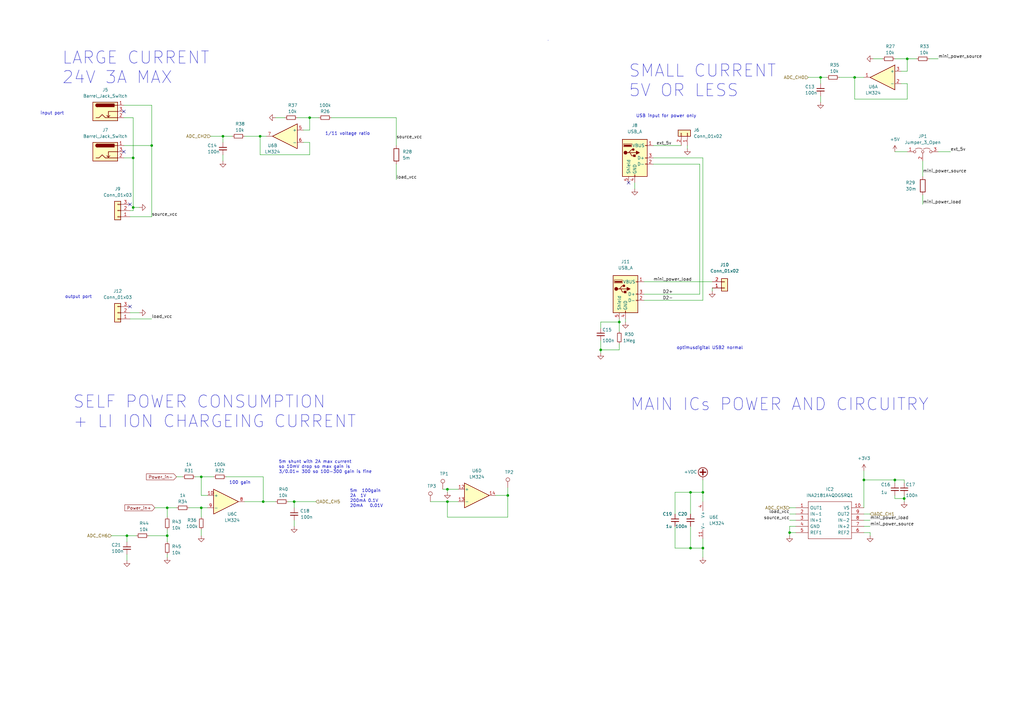
<source format=kicad_sch>
(kicad_sch (version 20211123) (generator eeschema)
  (paper "A3")
  (title_block (title "ESP32 MP3 player/web radio+power meter+uSD dataloger") (rev "2"))
  (lib_symbols
    (symbol "Amplifier_Operational:LM324" (pin_names (offset 0.127))
      (property "Reference" "U" (at 0 5.08 0))
      (property "Value" "LM324" (at 0 -5.08 0))
      (symbol "LM324_1_1"
        (polyline (pts (xy -5.08 5.08) (xy 5.08 0) (xy -5.08 -5.08) (xy -5.08 5.08)) (stroke (width 0.254)) (fill (type background)))
        (pin output line (at 7.62 0 180) (length 2.54) (name "~") (number "1"))
        (pin input line (at -7.62 -2.54 0) (length 2.54) (name "-") (number "2"))
        (pin input line (at -7.62 2.54 0) (length 2.54) (name "+") (number "3"))
      )
      (symbol "LM324_2_1"
        (polyline (pts (xy -5.08 5.08) (xy 5.08 0) (xy -5.08 -5.08) (xy -5.08 5.08)) (stroke (width 0.254)) (fill (type background)))
        (pin input line (at -7.62 2.54 0) (length 2.54) (name "+") (number "5"))
        (pin input line (at -7.62 -2.54 0) (length 2.54) (name "-") (number "6"))
        (pin output line (at 7.62 0 180) (length 2.54) (name "~") (number "7"))
      )
      (symbol "LM324_3_1"
        (polyline (pts (xy -5.08 5.08) (xy 5.08 0) (xy -5.08 -5.08) (xy -5.08 5.08)) (stroke (width 0.254)) (fill (type background)))
        (pin input line (at -7.62 2.54 0) (length 2.54) (name "+") (number "10"))
        (pin output line (at 7.62 0 180) (length 2.54) (name "~") (number "8"))
        (pin input line (at -7.62 -2.54 0) (length 2.54) (name "-") (number "9"))
      )
      (symbol "LM324_4_1"
        (polyline (pts (xy -5.08 5.08) (xy 5.08 0) (xy -5.08 -5.08) (xy -5.08 5.08)) (stroke (width 0.254)) (fill (type background)))
        (pin input line (at -7.62 2.54 0) (length 2.54) (name "+") (number "12"))
        (pin input line (at -7.62 -2.54 0) (length 2.54) (name "-") (number "13"))
        (pin output line (at 7.62 0 180) (length 2.54) (name "~") (number "14"))
      )
      (symbol "LM324_5_1"
        (pin power_in line (at -2.54 -7.62 90) (length 3.81) (name "V-") (number "11"))
        (pin power_in line (at -2.54 7.62 270) (length 3.81) (name "V+") (number "4"))
      )
    )
    (symbol "Connector:Barrel_Jack_Switch" (pin_names hide)
      (property "Reference" "J" (at 0 5.334 0))
      (property "Value" "Barrel_Jack_Switch" (at 0 -5.08 0))
      (symbol "Barrel_Jack_Switch_0_1"
        (rectangle (start -5.08 3.81) (end 5.08 -3.81) (stroke (width 0.254)) (fill (type background)))
        (arc (start -3.302 3.175) (mid -3.937 2.54) (end -3.302 1.905) (stroke (width 0.254)))
        (arc (start -3.302 3.175) (mid -3.937 2.54) (end -3.302 1.905) (stroke (width 0.254)) (fill (type outline)))
        (polyline (pts (xy 1.27 -2.286) (xy 1.905 -1.651)) (stroke (width 0.254)))
        (polyline (pts (xy 5.08 2.54) (xy 3.81 2.54)) (stroke (width 0.254)))
        (polyline (pts (xy 5.08 0) (xy 1.27 0) (xy 1.27 -2.286) (xy 0.635 -1.651)) (stroke (width 0.254)))
        (polyline (pts (xy -3.81 -2.54) (xy -2.54 -2.54) (xy -1.27 -1.27) (xy 0 -2.54) (xy 2.54 -2.54) (xy 5.08 -2.54)) (stroke (width 0.254)))
        (rectangle (start 3.683 3.175) (end -3.302 1.905) (stroke (width 0.254)) (fill (type outline)))
      )
      (symbol "Barrel_Jack_Switch_1_1"
        (pin passive line (at 7.62 2.54 180) (length 2.54) (name "~") (number "1"))
        (pin passive line (at 7.62 -2.54 180) (length 2.54) (name "~") (number "2"))
        (pin passive line (at 7.62 0 180) (length 2.54) (name "~") (number "3"))
      )
    )
    (symbol "Connector:TestPoint" (pin_numbers hide) (pin_names (offset 0.762) hide)
      (property "Reference" "TP" (at 0 6.858 0))
      (property "Value" "TestPoint" (at 0 5.08 0))
      (symbol "TestPoint_0_1"
        (circle (center 0 3.302) (radius 0.762))
      )
      (symbol "TestPoint_1_1"
        (pin passive line (at 0 0 90) (length 2.54) (name "1") (number "1"))
      )
    )
    (symbol "Connector:USB_A" (pin_names (offset 1.016))
      (property "Reference" "J" (at -5.08 11.43 0))
      (property "Value" "USB_A" (at -5.08 8.89 0))
      (symbol "USB_A_0_1"
        (rectangle (start -5.08 -7.62) (end 5.08 7.62) (stroke (width 0.254)) (fill (type background)))
        (circle (center -3.81 2.159) (radius 0.635) (stroke (width 0.254)) (fill (type outline)))
        (rectangle (start -1.524 4.826) (end -4.318 5.334) (fill (type outline)))
        (rectangle (start -1.27 4.572) (end -4.572 5.842))
        (circle (center -0.635 3.429) (radius 0.381) (stroke (width 0.254)) (fill (type outline)))
        (rectangle (start -0.127 -7.62) (end 0.127 -6.858))
        (polyline (pts (xy -3.175 2.159) (xy -2.54 2.159) (xy -1.27 3.429) (xy -0.635 3.429)) (stroke (width 0.254)))
        (polyline (pts (xy -2.54 2.159) (xy -1.905 2.159) (xy -1.27 0.889) (xy 0 0.889)) (stroke (width 0.254)))
        (polyline (pts (xy 0.635 2.794) (xy 0.635 1.524) (xy 1.905 2.159) (xy 0.635 2.794)) (stroke (width 0.254)) (fill (type outline)))
        (rectangle (start 0.254 1.27) (end -0.508 0.508) (stroke (width 0.254)) (fill (type outline)))
        (rectangle (start 5.08 -2.667) (end 4.318 -2.413))
        (rectangle (start 5.08 -0.127) (end 4.318 0.127))
        (rectangle (start 5.08 4.953) (end 4.318 5.207))
      )
      (symbol "USB_A_1_1"
        (polyline (pts (xy -1.905 2.159) (xy 0.635 2.159)) (stroke (width 0.254)))
        (pin power_in line (at 7.62 5.08 180) (length 2.54) (name "VBUS") (number "1"))
        (pin bidirectional line (at 7.62 -2.54 180) (length 2.54) (name "D-") (number "2"))
        (pin bidirectional line (at 7.62 0 180) (length 2.54) (name "D+") (number "3"))
        (pin power_in line (at 0 -10.16 90) (length 2.54) (name "GND") (number "4"))
        (pin passive line (at -2.54 -10.16 90) (length 2.54) (name "Shield") (number "5"))
      )
    )
    (symbol "Connector_Generic:Conn_01x02" (pin_names (offset 1.016) hide)
      (property "Reference" "J" (at 0 2.54 0))
      (property "Value" "Conn_01x02" (at 0 -5.08 0))
      (symbol "Conn_01x02_1_1"
        (rectangle (start -1.27 -2.413) (end 0 -2.667) (stroke (width 0.1524)))
        (rectangle (start -1.27 0.127) (end 0 -0.127) (stroke (width 0.1524)))
        (rectangle (start -1.27 1.27) (end 1.27 -3.81) (stroke (width 0.254)) (fill (type background)))
        (pin passive line (at -5.08 0 0) (length 3.81) (name "Pin_1") (number "1"))
        (pin passive line (at -5.08 -2.54 0) (length 3.81) (name "Pin_2") (number "2"))
      )
    )
    (symbol "Connector_Generic:Conn_01x03" (pin_names (offset 1.016) hide)
      (property "Reference" "J" (at 0 5.08 0))
      (property "Value" "Conn_01x03" (at 0 -5.08 0))
      (symbol "Conn_01x03_1_1"
        (rectangle (start -1.27 -2.413) (end 0 -2.667) (stroke (width 0.1524)))
        (rectangle (start -1.27 0.127) (end 0 -0.127) (stroke (width 0.1524)))
        (rectangle (start -1.27 2.667) (end 0 2.413) (stroke (width 0.1524)))
        (rectangle (start -1.27 3.81) (end 1.27 -3.81) (stroke (width 0.254)) (fill (type background)))
        (pin passive line (at -5.08 2.54 0) (length 3.81) (name "Pin_1") (number "1"))
        (pin passive line (at -5.08 0 0) (length 3.81) (name "Pin_2") (number "2"))
        (pin passive line (at -5.08 -2.54 0) (length 3.81) (name "Pin_3") (number "3"))
      )
    )
    (symbol "Device:C_Small" (pin_numbers hide) (pin_names (offset 0.254) hide)
      (property "Reference" "C" (at 0.254 1.778 0))
      (property "Value" "C_Small" (at 0.254 -2.032 0))
      (symbol "C_Small_0_1"
        (polyline (pts (xy -1.524 -0.508) (xy 1.524 -0.508)) (stroke (width 0.3302)))
        (polyline (pts (xy -1.524 0.508) (xy 1.524 0.508)) (stroke (width 0.3048)))
      )
      (symbol "C_Small_1_1"
        (pin passive line (at 0 2.54 270) (length 2.032) (name "~") (number "1"))
        (pin passive line (at 0 -2.54 90) (length 2.032) (name "~") (number "2"))
      )
    )
    (symbol "Device:R" (pin_numbers hide) (pin_names (offset 0))
      (property "Reference" "R" (at 2.032 0 90))
      (property "Value" "R" (at 0 0 90))
      (symbol "R_0_1"
        (rectangle (start -1.016 -2.54) (end 1.016 2.54) (stroke (width 0.254)))
      )
      (symbol "R_1_1"
        (pin passive line (at 0 3.81 270) (length 1.27) (name "~") (number "1"))
        (pin passive line (at 0 -3.81 90) (length 1.27) (name "~") (number "2"))
      )
    )
    (symbol "Device:R_Small" (pin_numbers hide) (pin_names (offset 0.254) hide)
      (property "Reference" "R" (at 0.762 0.508 0))
      (property "Value" "R_Small" (at 0.762 -1.016 0))
      (symbol "R_Small_0_1"
        (rectangle (start -0.762 1.778) (end 0.762 -1.778) (stroke (width 0.2032)))
      )
      (symbol "R_Small_1_1"
        (pin passive line (at 0 2.54 270) (length 0.762) (name "~") (number "1"))
        (pin passive line (at 0 -2.54 90) (length 0.762) (name "~") (number "2"))
      )
    )
    (symbol "Jumper:Jumper_3_Open" (pin_names (offset 0) hide)
      (property "Reference" "JP" (at -2.54 -2.54 0))
      (property "Value" "Jumper_3_Open" (at 0 2.794 0))
      (symbol "Jumper_3_Open_0_0"
        (circle (center -3.302 0) (radius 0.508))
        (circle (center 0 0) (radius 0.508))
        (circle (center 3.302 0) (radius 0.508))
      )
      (symbol "Jumper_3_Open_0_1"
        (arc (start -0.254 1.016) (mid -1.651 1.4992) (end -3.048 1.016))
        (polyline (pts (xy 0 -0.508) (xy 0 -1.27)))
        (arc (start 3.048 1.016) (mid 1.651 1.4992) (end 0.254 1.016))
      )
      (symbol "Jumper_3_Open_1_1"
        (pin passive line (at -6.35 0 0) (length 2.54) (name "A") (number "1"))
        (pin passive line (at 0 -3.81 90) (length 2.54) (name "C") (number "2"))
        (pin passive line (at 6.35 0 180) (length 2.54) (name "B") (number "3"))
      )
    )
    (symbol "SamacSys_Parts:INA2181A4QDGSRQ1" (pin_names (offset 0.762))
      (property "Reference" "IC" (at 24.13 7.62 0))
      (property "Value" "INA2181A4QDGSRQ1" (at 24.13 5.08 0))
      (symbol "INA2181A4QDGSRQ1_0_0"
        (pin passive line (at 0 0 0) (length 5.08) (name "OUT1") (number "1"))
        (pin passive line (at 27.94 0 180) (length 5.08) (name "VS") (number "10"))
        (pin passive line (at 0 -2.54 0) (length 5.08) (name "IN-1") (number "2"))
        (pin passive line (at 0 -5.08 0) (length 5.08) (name "IN+1") (number "3"))
        (pin passive line (at 0 -7.62 0) (length 5.08) (name "GND") (number "4"))
        (pin passive line (at 0 -10.16 0) (length 5.08) (name "REF1") (number "5"))
        (pin passive line (at 27.94 -10.16 180) (length 5.08) (name "REF2") (number "6"))
        (pin passive line (at 27.94 -7.62 180) (length 5.08) (name "IN+2") (number "7"))
        (pin passive line (at 27.94 -5.08 180) (length 5.08) (name "IN-2") (number "8"))
        (pin passive line (at 27.94 -2.54 180) (length 5.08) (name "OUT2") (number "9"))
      )
      (symbol "INA2181A4QDGSRQ1_0_1"
        (polyline (pts (xy 5.08 2.54) (xy 22.86 2.54) (xy 22.86 -12.7) (xy 5.08 -12.7) (xy 5.08 2.54)) (stroke (width 0.1524)))
      )
    )
    (symbol "power:+3V3" (power) (pin_names (offset 0))
      (property "Value" "+3V3" (at 0 3.556 0))
      (symbol "+3V3_0_1"
        (polyline (pts (xy -0.762 1.27) (xy 0 2.54)))
        (polyline (pts (xy 0 0) (xy 0 2.54)))
        (polyline (pts (xy 0 2.54) (xy 0.762 1.27)))
      )
      (symbol "+3V3_1_1"
        (pin power_in line (at 0 0 90) (length 0) hide (name "+3V3") (number "1"))
      )
    )
    (symbol "power:+5V" (power) (pin_names (offset 0))
      (property "Value" "+5V" (at 0 3.556 0))
      (symbol "+5V_0_1"
        (polyline (pts (xy -0.762 1.27) (xy 0 2.54)))
        (polyline (pts (xy 0 0) (xy 0 2.54)))
        (polyline (pts (xy 0 2.54) (xy 0.762 1.27)))
      )
      (symbol "+5V_1_1"
        (pin power_in line (at 0 0 90) (length 0) hide (name "+5V") (number "1"))
      )
    )
    (symbol "power:+VDC" (power) (pin_names (offset 0))
      (property "Value" "+VDC" (at 0 6.35 0))
      (symbol "+VDC_0_1"
        (polyline (pts (xy -1.143 3.175) (xy 1.143 3.175)) (stroke (width 0.508)))
        (polyline (pts (xy 0 0) (xy 0 1.27)))
        (polyline (pts (xy 0 2.032) (xy 0 4.318)) (stroke (width 0.508)))
        (circle (center 0 3.175) (radius 1.905) (stroke (width 0.254)))
      )
      (symbol "+VDC_1_1"
        (pin power_in line (at 0 0 90) (length 0) hide (name "+VDC") (number "1"))
      )
    )
    (symbol "power:GND" (power) (pin_names (offset 0))
      (property "Value" "GND" (at 0 -3.81 0))
      (symbol "GND_0_1"
        (polyline (pts (xy 0 0) (xy 0 -1.27) (xy 1.27 -1.27) (xy 0 -2.54) (xy -1.27 -1.27) (xy 0 -1.27)))
      )
      (symbol "GND_1_1"
        (pin power_in line (at 0 0 270) (length 0) hide (name "GND") (number "1"))
      )
    )
  )
  (junction (at 127 48.26))
  (junction (at 354.33 196.85))
  (junction (at 120.65 205.74))
  (junction (at 288.29 224.79))
  (junction (at 288.29 201.93))
  (junction (at 62.23 59.69))
  (junction (at 323.85 218.44))
  (junction (at 91.44 55.88))
  (junction (at 82.55 195.58))
  (junction (at 350.52 31.75))
  (junction (at 283.21 224.79))
  (junction (at 367.03 196.85))
  (junction (at 106.68 55.88))
  (junction (at 246.38 143.51))
  (junction (at 107.95 205.74))
  (junction (at 183.515 200.66))
  (junction (at 208.28 203.2))
  (junction (at 82.55 208.28))
  (junction (at 183.515 205.74))
  (junction (at 68.58 219.71))
  (junction (at 372.11 24.13))
  (junction (at 54.61 64.77))
  (junction (at 254 132.08))
  (junction (at 68.58 208.28))
  (junction (at 370.84 204.47))
  (junction (at 336.55 31.75))
  (junction (at 283.21 201.93))
  (junction (at 52.07 219.71))
  (junction (at 54.61 85.09))
  (no_connect (at 50.8 62.23))
  (no_connect (at 50.8 45.72))
  (no_connect (at 257.81 74.93))
  (no_connect (at 53.34 83.82))
  (no_connect (at 53.34 125.73))
  (wire (pts (xy 208.28 212.09) (xy 208.28 203.2)))
  (wire (pts (xy 62.23 59.69) (xy 62.23 88.9)))
  (wire (pts (xy 370.84 204.47) (xy 370.84 203.2)))
  (wire (pts (xy 91.44 55.88) (xy 95.25 55.88)))
  (wire (pts (xy 264.16 115.57) (xy 292.1 115.57)))
  (wire (pts (xy 162.56 48.26) (xy 162.56 59.69)))
  (wire (pts (xy 361.95 24.13) (xy 358.14 24.13)))
  (wire (pts (xy 53.34 128.27) (xy 57.15 128.27)))
  (wire (pts (xy 276.86 210.82) (xy 276.86 201.93)))
  (wire (pts (xy 82.55 195.58) (xy 87.63 195.58)))
  (wire (pts (xy 378.46 80.01) (xy 378.46 83.82)))
  (wire (pts (xy 54.61 48.26) (xy 50.8 48.26)))
  (wire (pts (xy 267.97 67.31) (xy 287.02 67.31)))
  (wire (pts (xy 331.47 31.75) (xy 336.55 31.75)))
  (wire (pts (xy 356.87 218.44) (xy 354.33 218.44)))
  (wire (pts (xy 127 63.5) (xy 127 58.42)))
  (wire (pts (xy 372.11 29.21) (xy 372.11 24.13)))
  (wire (pts (xy 254 132.08) (xy 254 135.89)))
  (wire (pts (xy 92.71 195.58) (xy 107.95 195.58)))
  (wire (pts (xy 60.96 219.71) (xy 68.58 219.71)))
  (wire (pts (xy 72.39 195.58) (xy 74.93 195.58)))
  (wire (pts (xy 288.29 220.98) (xy 288.29 224.79)))
  (wire (pts (xy 62.23 59.69) (xy 50.8 59.69)))
  (wire (pts (xy 124.46 53.34) (xy 127 53.34)))
  (wire (pts (xy 378.46 66.04) (xy 378.46 72.39)))
  (wire (pts (xy 367.03 203.2) (xy 367.03 204.47)))
  (wire (pts (xy 372.11 34.29) (xy 372.11 40.64)))
  (wire (pts (xy 91.44 63.5) (xy 91.44 66.04)))
  (wire (pts (xy 68.58 227.33) (xy 68.58 228.6)))
  (wire (pts (xy 354.33 196.85) (xy 354.33 208.28)))
  (wire (pts (xy 336.55 39.37) (xy 336.55 41.91)))
  (wire (pts (xy 62.23 43.18) (xy 62.23 59.69)))
  (wire (pts (xy 254 140.97) (xy 254 143.51)))
  (wire (pts (xy 106.68 63.5) (xy 127 63.5)))
  (wire (pts (xy 281.94 60.96) (xy 281.94 59.69)))
  (wire (pts (xy 370.84 196.85) (xy 370.84 198.12)))
  (wire (pts (xy 283.21 201.93) (xy 283.21 210.82)))
  (wire (pts (xy 91.44 55.88) (xy 91.44 58.42)))
  (wire (pts (xy 62.23 88.9) (xy 53.34 88.9)))
  (wire (pts (xy 127 53.34) (xy 127 48.26)))
  (wire (pts (xy 372.11 40.64) (xy 350.52 40.64)))
  (wire (pts (xy 246.38 132.08) (xy 246.38 134.62)))
  (wire (pts (xy 127 48.26) (xy 121.92 48.26)))
  (wire (pts (xy 127 48.26) (xy 130.81 48.26)))
  (wire (pts (xy 52.07 219.71) (xy 55.88 219.71)))
  (wire (pts (xy 350.52 40.64) (xy 350.52 31.75)))
  (wire (pts (xy 344.17 31.75) (xy 350.52 31.75)))
  (wire (pts (xy 162.56 67.31) (xy 162.56 73.66)))
  (wire (pts (xy 68.58 217.17) (xy 68.58 219.71)))
  (wire (pts (xy 68.58 208.28) (xy 72.39 208.28)))
  (wire (pts (xy 276.86 224.79) (xy 276.86 215.9)))
  (wire (pts (xy 82.55 203.2) (xy 85.09 203.2)))
  (wire (pts (xy 283.21 215.9) (xy 283.21 224.79)))
  (wire (pts (xy 336.55 31.75) (xy 339.09 31.75)))
  (wire (pts (xy 106.68 55.88) (xy 106.68 63.5)))
  (wire (pts (xy 54.61 85.09) (xy 57.15 85.09)))
  (wire (pts (xy 100.33 55.88) (xy 106.68 55.88)))
  (wire (pts (xy 181.61 200.66) (xy 183.515 200.66)))
  (wire (pts (xy 283.21 224.79) (xy 288.29 224.79)))
  (wire (pts (xy 354.33 196.85) (xy 367.03 196.85)))
  (wire (pts (xy 267.97 59.69) (xy 279.4 59.69)))
  (wire (pts (xy 208.28 200.025) (xy 208.28 203.2)))
  (wire (pts (xy 326.39 215.9) (xy 323.85 215.9)))
  (wire (pts (xy 82.55 208.28) (xy 82.55 212.09)))
  (wire (pts (xy 203.2 203.2) (xy 208.28 203.2)))
  (wire (pts (xy 384.81 24.13) (xy 381 24.13)))
  (wire (pts (xy 107.95 205.74) (xy 113.03 205.74)))
  (wire (pts (xy 82.55 208.28) (xy 85.09 208.28)))
  (wire (pts (xy 288.29 123.19) (xy 264.16 123.19)))
  (wire (pts (xy 80.01 195.58) (xy 82.55 195.58)))
  (wire (pts (xy 77.47 208.28) (xy 82.55 208.28)))
  (wire (pts (xy 106.68 55.88) (xy 109.22 55.88)))
  (wire (pts (xy 287.02 120.65) (xy 264.16 120.65)))
  (wire (pts (xy 323.85 210.82) (xy 326.39 210.82)))
  (wire (pts (xy 288.29 196.85) (xy 288.29 201.93)))
  (wire (pts (xy 246.38 143.51) (xy 246.38 144.78)))
  (wire (pts (xy 246.38 132.08) (xy 254 132.08)))
  (wire (pts (xy 354.33 215.9) (xy 356.87 215.9)))
  (wire (pts (xy 116.84 48.26) (xy 113.03 48.26)))
  (wire (pts (xy 369.57 34.29) (xy 372.11 34.29)))
  (wire (pts (xy 323.85 208.28) (xy 326.39 208.28)))
  (wire (pts (xy 63.5 208.28) (xy 68.58 208.28)))
  (wire (pts (xy 354.33 193.04) (xy 354.33 196.85)))
  (wire (pts (xy 68.58 219.71) (xy 68.58 222.25)))
  (polyline (pts (xy 224.79 16.51) (xy 224.79 16.51)))
  (wire (pts (xy 124.46 58.42) (xy 127 58.42)))
  (wire (pts (xy 288.29 64.77) (xy 288.29 123.19)))
  (wire (pts (xy 183.515 212.09) (xy 208.28 212.09)))
  (wire (pts (xy 292.1 118.11) (xy 292.1 119.38)))
  (wire (pts (xy 372.11 24.13) (xy 367.03 24.13)))
  (wire (pts (xy 107.95 195.58) (xy 107.95 205.74)))
  (wire (pts (xy 384.81 62.23) (xy 389.89 62.23)))
  (wire (pts (xy 356.87 219.71) (xy 356.87 218.44)))
  (wire (pts (xy 367.03 204.47) (xy 370.84 204.47)))
  (wire (pts (xy 246.38 139.7) (xy 246.38 143.51)))
  (wire (pts (xy 367.03 62.23) (xy 372.11 62.23)))
  (wire (pts (xy 276.86 201.93) (xy 283.21 201.93)))
  (wire (pts (xy 336.55 31.75) (xy 336.55 34.29)))
  (wire (pts (xy 176.53 205.74) (xy 183.515 205.74)))
  (wire (pts (xy 50.8 64.77) (xy 54.61 64.77)))
  (wire (pts (xy 107.95 205.74) (xy 100.33 205.74)))
  (wire (pts (xy 323.85 215.9) (xy 323.85 218.44)))
  (wire (pts (xy 256.54 132.08) (xy 256.54 130.81)))
  (wire (pts (xy 367.03 196.85) (xy 370.84 196.85)))
  (wire (pts (xy 267.97 64.77) (xy 288.29 64.77)))
  (wire (pts (xy 354.33 210.82) (xy 356.87 210.82)))
  (wire (pts (xy 260.35 74.93) (xy 260.35 77.47)))
  (wire (pts (xy 118.11 205.74) (xy 120.65 205.74)))
  (wire (pts (xy 183.515 200.66) (xy 187.96 200.66)))
  (wire (pts (xy 54.61 85.09) (xy 54.61 86.36)))
  (wire (pts (xy 120.65 213.36) (xy 120.65 215.9)))
  (wire (pts (xy 50.8 43.18) (xy 62.23 43.18)))
  (wire (pts (xy 288.29 201.93) (xy 288.29 205.74)))
  (wire (pts (xy 350.52 31.75) (xy 354.33 31.75)))
  (wire (pts (xy 288.29 224.79) (xy 288.29 228.6)))
  (wire (pts (xy 183.515 205.74) (xy 183.515 212.09)))
  (wire (pts (xy 323.85 218.44) (xy 326.39 218.44)))
  (wire (pts (xy 370.84 205.74) (xy 370.84 204.47)))
  (wire (pts (xy 82.55 217.17) (xy 82.55 219.71)))
  (wire (pts (xy 287.02 67.31) (xy 287.02 120.65)))
  (wire (pts (xy 367.03 196.85) (xy 367.03 198.12)))
  (wire (pts (xy 323.85 219.71) (xy 323.85 218.44)))
  (polyline (pts (xy 224.79 16.51) (xy 224.79 16.51)))
  (wire (pts (xy 254 130.81) (xy 254 132.08)))
  (wire (pts (xy 183.515 200.66) (xy 183.515 201.93)))
  (wire (pts (xy 254 143.51) (xy 246.38 143.51)))
  (wire (pts (xy 375.92 24.13) (xy 372.11 24.13)))
  (wire (pts (xy 45.72 219.71) (xy 52.07 219.71)))
  (wire (pts (xy 323.85 213.36) (xy 326.39 213.36)))
  (wire (pts (xy 54.61 86.36) (xy 53.34 86.36)))
  (wire (pts (xy 276.86 224.79) (xy 283.21 224.79)))
  (wire (pts (xy 54.61 64.77) (xy 54.61 48.26)))
  (wire (pts (xy 68.58 208.28) (xy 68.58 212.09)))
  (wire (pts (xy 54.61 64.77) (xy 54.61 85.09)))
  (wire (pts (xy 135.89 48.26) (xy 162.56 48.26)))
  (wire (pts (xy 354.33 213.36) (xy 356.87 213.36)))
  (wire (pts (xy 82.55 195.58) (xy 82.55 203.2)))
  (wire (pts (xy 183.515 205.74) (xy 187.96 205.74)))
  (wire (pts (xy 52.07 219.71) (xy 52.07 222.25)))
  (wire (pts (xy 86.36 55.88) (xy 91.44 55.88)))
  (wire (pts (xy 283.21 201.93) (xy 288.29 201.93)))
  (wire (pts (xy 52.07 227.33) (xy 52.07 229.87)))
  (wire (pts (xy 369.57 29.21) (xy 372.11 29.21)))
  (wire (pts (xy 62.23 130.81) (xy 53.34 130.81)))
  (wire (pts (xy 120.65 205.74) (xy 120.65 208.28)))
  (wire (pts (xy 120.65 205.74) (xy 129.54 205.74)))
  (text "5m  100gain\n2A  1V\n200mA 0.1V\n20mA   0.01V" (at 143.51 208.28 0) (effects (font (size 1.27 1.27)) (justify left bottom)))
  (text "USB input for power only" (at 260.858 48.387 0) (effects (font (size 1.27 1.27)) (justify left bottom)))
  (text "100 gain" (at 93.98 198.755 0) (effects (font (size 1.27 1.27)) (justify left bottom)))
  (text "SMALL CURRENT\n5V OR LESS" (at 257.81 40.132 0) (effects (font (size 5 5)) (justify left bottom)))
  (text "1/11 voltage ratio" (at 133.35 55.626 0) (effects (font (size 1.27 1.27)) (justify left bottom)))
  (text "input port" (at 16.51 47.244 0) (effects (font (size 1.27 1.27)) (justify left bottom)))
  (text "5m shunt with 2A max current\nso 10mV drop so max gain is\n3/0.01= 300 so 100-300 gain is fine" (at 114.3 194.31 0) (effects (font (size 1.27 1.27)) (justify left bottom)))
  (text "SELF POWER CONSUMPTION\n+ LI ION CHARGEING CURRENT" (at 29.845 175.895 0) (effects (font (size 5 5)) (justify left bottom)))
  (text "output port" (at 26.67 122.555 0) (effects (font (size 1.27 1.27)) (justify left bottom)))
  (text "LARGE CURRENT\n24V 3A MAX" (at 25.4 34.798 0) (effects (font (size 5 5)) (justify left bottom)))
  (text "MAIN ICs POWER AND CIRCUITRY" (at 258.445 168.91 0) (effects (font (size 5 5)) (justify left bottom)))
  (text "optimusdigital USB2 normal" (at 277.495 143.51 0) (effects (font (size 1.27 1.27)) (justify left bottom)))
  (label "D2-" (at 271.78 123.19 0))
  (label "ext_5v" (at 269.24 59.69 0))
  (label "mini_power_source" (at 356.87 215.9 0))
  (label "ext_5v" (at 389.89 62.23 0))
  (label "load_vcc" (at 62.23 130.81 0))
  (label "D2+" (at 271.78 120.65 0))
  (label "mini_power_load" (at 378.46 83.82 0))
  (label "source_vcc" (at 323.85 213.36 180))
  (label "load_vcc" (at 323.85 210.82 180))
  (label "mini_power_load" (at 267.97 115.57 0))
  (label "mini_power_load" (at 356.87 213.36 0))
  (label "load_vcc" (at 162.56 73.66 0))
  (label "mini_power_source" (at 384.81 24.13 0))
  (label "source_vcc" (at 62.23 88.9 0))
  (label "mini_power_source" (at 378.46 71.12 0))
  (label "source_vcc" (at 162.56 57.15 0))
  (global_label "Power_in-" (shape input) (at 72.39 195.58 180) (property "Intersheet References" "${INTERSHEET_REFS}" (effects hide)))
  (global_label "Power_in+" (shape input) (at 63.5 208.28 180) (property "Intersheet References" "${INTERSHEET_REFS}" (effects hide)))
  (hierarchical_label "ADC_CH3" (shape input) (at 323.85 208.28 180))
  (hierarchical_label "ADC_CH6" (shape input) (at 45.72 219.71 180))
  (hierarchical_label "ADC_CH0" (shape input) (at 331.47 31.75 180))
  (hierarchical_label "ADC_CH2" (shape input) (at 86.36 55.88 180))
  (hierarchical_label "ADC_CH1" (shape input) (at 356.87 210.82 0))
  (hierarchical_label "ADC_CH5" (shape input) (at 129.54 205.74 0))
  (symbol (lib_id "power:GND") (at 256.54 132.08 0) (mirror y) (unit 1)
    (property "Reference" "#PWR060" (effects hide))
    (property "Value" "GND" (effects hide))
  )
  (symbol (lib_id "Connector:TestPoint") (at 181.61 200.66 0) (unit 1) (in_bom no)
    (property "Reference" "TP1" (at 180.34 194.31 0) (effects (justify left)))
    (property "Value" "TestPoint" (effects hide))
    (property "Footprint" "TestPoint:TestPoint_Pad_1.5x1.5mm" (effects hide))
  )
  (symbol (lib_id "Device:R_Small") (at 68.58 214.63 0) (mirror x) (unit 1)
    (property "Reference" "R43" (at 70.485 213.995 0) (effects (justify left)))
    (property "Value" "10k" (at 70.485 216.535 0) (effects (justify left)))
    (property "Footprint" "Resistor_SMD:R_0603_1608Metric" (effects hide))
    (property "LCSC" "C25804" (effects hide))
  )
  (symbol (lib_id "Device:R_Small") (at 82.55 214.63 0) (mirror x) (unit 1)
    (property "Reference" "R36" (at 78.74 213.36 0))
    (property "Value" "100k" (at 78.74 215.9 0))
    (property "Footprint" "Resistor_SMD:R_0603_1608Metric_Pad0.98x0.95mm_HandSolder" (effects hide))
  )
  (symbol (lib_id "power:GND") (at 113.03 48.26 270) (mirror x) (unit 1)
    (property "Reference" "#PWR052" (effects hide))
    (property "Value" "GND" (effects hide))
  )
  (symbol (lib_id "power:GND") (at 356.87 219.71 0) (unit 1)
    (property "Reference" "#PWR069" (effects hide))
    (property "Value" "GND" (effects hide))
  )
  (symbol (lib_id "power:+3V3") (at 354.33 193.04 0) (unit 1)
    (property "Reference" "#PWR062" (effects hide))
    (property "Value" "+3V3" (at 354.33 187.96 0))
  )
  (symbol (lib_id "power:GND") (at 260.35 77.47 0) (unit 1)
    (property "Reference" "#PWR056" (effects hide))
    (property "Value" "GND" (effects hide))
  )
  (symbol (lib_id "Device:C_Small") (at 276.86 213.36 0) (unit 1)
    (property "Reference" "C19" (at 271.78 210.82 0) (effects (justify left)))
    (property "Value" "1u" (at 273.05 215.9 0) (effects (justify left)))
    (property "Footprint" "Capacitor_SMD:C_0603_1608Metric_Pad1.08x0.95mm_HandSolder" (effects hide))
  )
  (symbol (lib_id "power:GND") (at 57.15 85.09 90) (unit 1)
    (property "Reference" "#PWR057" (effects hide))
    (property "Value" "GND" (effects hide))
  )
  (symbol (lib_id "power:GND") (at 358.14 24.13 270) (mirror x) (unit 1)
    (property "Reference" "#PWR050" (effects hide))
    (property "Value" "GND" (effects hide))
  )
  (symbol (lib_id "power:GND") (at 52.07 229.87 0) (unit 1)
    (property "Reference" "#PWR072" (effects hide))
    (property "Value" "GND" (effects hide))
  )
  (symbol (lib_id "Device:R_Small") (at 115.57 205.74 270) (mirror x) (unit 1)
    (property "Reference" "R40" (at 114.3 200.66 90) (effects (justify left)))
    (property "Value" "10k" (at 114.3 203.2 90) (effects (justify left)))
    (property "Footprint" "Resistor_SMD:R_0603_1608Metric" (effects hide))
    (property "LCSC" "C25804" (effects hide))
  )
  (symbol (lib_id "Device:C_Small") (at 367.03 200.66 0) (unit 1)
    (property "Reference" "C16" (at 361.315 198.755 0) (effects (justify left)))
    (property "Value" "1u" (at 361.315 201.93 0) (effects (justify left)))
    (property "Footprint" "Capacitor_SMD:C_0603_1608Metric_Pad1.08x0.95mm_HandSolder" (effects hide))
  )
  (symbol (lib_id "Connector_Generic:Conn_01x02") (at 281.94 54.61 270) (mirror x) (unit 1)
    (property "Reference" "J6" (at 284.48 53.3399 90) (effects (justify left)))
    (property "Value" "Conn_01x02" (at 284.48 55.8799 90) (effects (justify left)))
    (property "Footprint" "TestPoint:TestPoint_2Pads_Pitch5.08mm_Drill1.3mm" (effects hide))
  )
  (symbol (lib_id "power:GND") (at 82.55 219.71 0) (unit 1)
    (property "Reference" "#PWR067" (effects hide))
    (property "Value" "GND" (effects hide))
  )
  (symbol (lib_id "Amplifier_Operational:LM324") (at 92.71 205.74 0) (unit 3)
    (property "Reference" "U6" (at 95.25 210.82 0))
    (property "Value" "LM324" (at 95.25 213.36 0))
    (property "Datasheet" "http://www.ti.com/lit/ds/symlink/lm2902-n.pdf" (effects hide))
  )
  (symbol (lib_id "Device:R_Small") (at 68.58 224.79 0) (mirror x) (unit 1)
    (property "Reference" "R45" (at 70.485 224.155 0) (effects (justify left)))
    (property "Value" "10k" (at 70.485 226.695 0) (effects (justify left)))
    (property "Footprint" "Resistor_SMD:R_0603_1608Metric" (effects hide))
    (property "LCSC" "C25804" (effects hide))
  )
  (symbol (lib_id "Device:C_Small") (at 52.07 224.79 0) (unit 1)
    (property "Reference" "C21" (at 45.72 223.52 0) (effects (justify left)))
    (property "Value" "100n" (at 45.72 226.06 0) (effects (justify left)))
    (property "Footprint" "Capacitor_SMD:C_0603_1608Metric_Pad1.08x0.95mm_HandSolder" (effects hide))
  )
  (symbol (lib_id "Device:R_Small") (at 58.42 219.71 270) (mirror x) (unit 1)
    (property "Reference" "R44" (at 57.15 214.63 90) (effects (justify left)))
    (property "Value" "10k" (at 57.15 217.17 90) (effects (justify left)))
    (property "Footprint" "Resistor_SMD:R_0603_1608Metric" (effects hide))
    (property "LCSC" "C25804" (effects hide))
  )
  (symbol (lib_id "Device:R") (at 378.46 76.2 180) (unit 1)
    (property "Reference" "R29" (at 371.475 74.93 0) (effects (justify right)))
    (property "Value" "30m" (at 371.475 77.47 0) (effects (justify right)))
    (property "Footprint" "Resistor_SMD:R_0805_2012Metric" (effects hide))
  )
  (symbol (lib_id "power:GND") (at 336.55 41.91 0) (unit 1)
    (property "Reference" "#PWR051" (effects hide))
    (property "Value" "GND" (effects hide))
  )
  (symbol (lib_id "Device:C_Small") (at 246.38 137.16 0) (unit 1)
    (property "Reference" "C15" (at 247.015 135.255 0) (effects (justify left)))
    (property "Value" "100n" (at 247.015 139.7 0) (effects (justify left)))
    (property "Footprint" "Capacitor_SMD:C_0603_1608Metric_Pad1.08x0.95mm_HandSolder" (effects hide))
  )
  (symbol (lib_id "Connector:USB_A") (at 260.35 64.77 0) (unit 1)
    (property "Reference" "J8" (at 260.35 51.435 0))
    (property "Value" "USB_A" (at 260.35 53.975 0))
    (property "Footprint" "Connector_USB:USB_A_Molex_67643_Horizontal" (effects hide))
    (property "Datasheet" " ~" (effects hide))
  )
  (symbol (lib_id "Device:R_Small") (at 133.35 48.26 90) (mirror x) (unit 1)
    (property "Reference" "R26" (at 133.35 45.72 90))
    (property "Value" "100k" (at 133.35 43.18 90))
    (property "Footprint" "Resistor_SMD:R_0603_1608Metric_Pad0.98x0.95mm_HandSolder" (effects hide))
  )
  (symbol (lib_id "Connector_Generic:Conn_01x03") (at 48.26 86.36 180) (unit 1)
    (property "Reference" "J9" (at 48.26 77.47 0))
    (property "Value" "Conn_01x03" (at 48.26 80.01 0))
    (property "Footprint" "Connectors:SCREWTERMINAL-5MM-3" (effects hide))
  )
  (symbol (lib_id "Device:C_Small") (at 283.21 213.36 180) (unit 1)
    (property "Reference" "C20" (at 281.94 210.82 0) (effects (justify left)))
    (property "Value" "100n" (at 281.94 215.9 0) (effects (justify left)))
    (property "Footprint" "Capacitor_SMD:C_0603_1608Metric_Pad1.08x0.95mm_HandSolder" (effects hide))
  )
  (symbol (lib_id "Connector:TestPoint") (at 176.53 205.74 0) (unit 1) (in_bom no)
    (property "Reference" "TP3" (at 175.26 199.39 0) (effects (justify left)))
    (property "Value" "TestPoint" (effects hide))
    (property "Footprint" "TestPoint:TestPoint_Pad_1.5x1.5mm" (effects hide))
  )
  (symbol (lib_id "Device:C_Small") (at 370.84 200.66 0) (unit 1)
    (property "Reference" "C17" (at 371.475 198.755 0) (effects (justify left)))
    (property "Value" "100n" (at 371.475 203.2 0) (effects (justify left)))
    (property "Footprint" "Capacitor_SMD:C_0603_1608Metric_Pad1.08x0.95mm_HandSolder" (effects hide))
  )
  (symbol (lib_id "Connector_Generic:Conn_01x03") (at 48.26 128.27 180) (unit 1)
    (property "Reference" "J12" (at 48.26 119.38 0))
    (property "Value" "Conn_01x03" (at 48.26 121.92 0))
    (property "Footprint" "Connectors:SCREWTERMINAL-5MM-3" (effects hide))
  )
  (symbol (lib_id "Amplifier_Operational:LM324") (at 361.95 31.75 0) (mirror y) (unit 1)
    (property "Reference" "U6" (at 358.14 35.56 0))
    (property "Value" "LM324" (at 358.14 38.1 0))
    (property "Datasheet" "http://www.ti.com/lit/ds/symlink/lm2902-n.pdf" (effects hide))
  )
  (symbol (lib_id "Connector:Barrel_Jack_Switch") (at 43.18 62.23 0) (unit 1)
    (property "Reference" "J7" (at 43.18 53.34 0))
    (property "Value" "Barrel_Jack_Switch" (at 43.18 55.88 0))
    (property "Footprint" "Connector_BarrelJack:BarrelJack_Wuerth_6941xx301002" (effects hide))
  )
  (symbol (lib_id "Connector_Generic:Conn_01x02") (at 297.18 118.11 0) (mirror x) (unit 1)
    (property "Reference" "J10" (at 297.18 108.585 0))
    (property "Value" "Conn_01x02" (at 297.18 111.125 0))
    (property "Footprint" "TestPoint:TestPoint_2Pads_Pitch5.08mm_Drill1.3mm" (effects hide))
  )
  (symbol (lib_id "Device:C_Small") (at 120.65 210.82 0) (mirror y) (unit 1)
    (property "Reference" "C18" (at 127 209.55 0) (effects (justify left)))
    (property "Value" "100n" (at 128.27 212.09 0) (effects (justify left)))
    (property "Footprint" "Capacitor_SMD:C_0603_1608Metric_Pad1.08x0.95mm_HandSolder" (effects hide))
  )
  (symbol (lib_id "power:+5V") (at 367.03 62.23 0) (unit 1)
    (property "Reference" "#PWR054" (effects hide))
    (property "Value" "+5V" (at 367.03 57.15 0))
  )
  (symbol (lib_id "Connector:TestPoint") (at 208.28 200.025 0) (unit 1) (in_bom no)
    (property "Reference" "TP2" (at 207.01 193.675 0) (effects (justify left)))
    (property "Value" "TestPoint" (effects hide))
    (property "Footprint" "TestPoint:TestPoint_Pad_1.5x1.5mm" (effects hide))
  )
  (symbol (lib_id "Device:R_Small") (at 341.63 31.75 270) (mirror x) (unit 1)
    (property "Reference" "R35" (at 340.36 26.67 90) (effects (justify left)))
    (property "Value" "10k" (at 340.36 29.21 90) (effects (justify left)))
    (property "Footprint" "Resistor_SMD:R_0603_1608Metric" (effects hide))
    (property "LCSC" "C25804" (effects hide))
  )
  (symbol (lib_id "power:GND") (at 91.44 66.04 0) (unit 1)
    (property "Reference" "#PWR055" (effects hide))
    (property "Value" "GND" (effects hide))
  )
  (symbol (lib_id "Connector:USB_A") (at 256.54 120.65 0) (unit 1)
    (property "Reference" "J11" (at 256.54 107.315 0))
    (property "Value" "USB_A" (at 256.54 109.855 0))
    (property "Footprint" "Connector_USB:USB_A_Molex_67643_Horizontal" (effects hide))
    (property "Datasheet" " ~" (effects hide))
  )
  (symbol (lib_id "Device:R_Small") (at 77.47 195.58 90) (mirror x) (unit 1)
    (property "Reference" "R31" (at 77.47 193.04 90))
    (property "Value" "1k" (at 77.47 190.5 90))
    (property "Footprint" "Resistor_SMD:R_0603_1608Metric_Pad0.98x0.95mm_HandSolder" (effects hide))
  )
  (symbol (lib_id "power:GND") (at 288.29 228.6 0) (unit 1)
    (property "Reference" "#PWR070" (effects hide))
    (property "Value" "GND" (effects hide))
  )
  (symbol (lib_id "Device:R_Small") (at 74.93 208.28 90) (mirror x) (unit 1)
    (property "Reference" "R34" (at 74.93 205.74 90))
    (property "Value" "1k" (at 74.93 203.2 90))
    (property "Footprint" "Resistor_SMD:R_0603_1608Metric_Pad0.98x0.95mm_HandSolder" (effects hide))
  )
  (symbol (lib_id "power:+VDC") (at 288.29 196.85 0) (unit 1)
    (property "Reference" "#PWR063" (effects hide))
    (property "Value" "+VDC" (at 283.21 193.548 0))
  )
  (symbol (lib_id "Amplifier_Operational:LM324") (at 290.83 213.36 0) (unit 5)
    (property "Reference" "U6" (at 290.83 212.0899 0) (effects (justify left)))
    (property "Value" "LM324" (at 290.83 214.6299 0) (effects (justify left)))
    (property "Datasheet" "http://www.ti.com/lit/ds/symlink/lm2902-n.pdf" (effects hide))
  )
  (symbol (lib_id "Device:R_Small") (at 97.79 55.88 270) (mirror x) (unit 1)
    (property "Reference" "R38" (at 96.52 50.8 90) (effects (justify left)))
    (property "Value" "10k" (at 96.52 53.34 90) (effects (justify left)))
    (property "Footprint" "Resistor_SMD:R_0603_1608Metric" (effects hide))
    (property "LCSC" "C25804" (effects hide))
  )
  (symbol (lib_id "Amplifier_Operational:LM324") (at 116.84 55.88 0) (mirror y) (unit 2)
    (property "Reference" "U6" (at 111.76 59.69 0))
    (property "Value" "LM324" (at 111.76 62.23 0))
    (property "Datasheet" "http://www.ti.com/lit/ds/symlink/lm2902-n.pdf" (effects hide))
  )
  (symbol (lib_id "SamacSys_Parts:INA2181A4QDGSRQ1") (at 326.39 208.28 0) (unit 1)
    (property "Reference" "IC2" (at 340.36 200.66 0))
    (property "Value" "INA2181A4QDGSRQ1" (at 340.36 203.2 0))
    (property "Footprint" "SOP50P490X110-10N" (effects hide))
    (property "Datasheet" "http://www.ti.com/lit/gpn/ina2181-q1" (effects hide))
    (property "Description" "AEC-Q100, Dual Channel, 26V, Bi-Directional, Low-/High-Side, Voltage Output Current Sense Amp" (effects hide))
    (property "Height" "1.1" (effects hide))
    (property "Mouser Part Number" "595-INA2181A4QDGSRQ1" (effects hide))
    (property "Mouser Price/Stock" "https://www.mouser.co.uk/ProductDetail/Texas-Instruments/INA2181A4QDGSRQ1?qs=vdi0iO8H4N3bdnvgZyoEcw%3D%3D" (effects hide))
    (property "Manufacturer_Name" "Texas Instruments" (effects hide))
    (property "Manufacturer_Part_Number" "INA2181A4QDGSRQ1" (effects hide))
  )
  (symbol (lib_id "Device:R_Small") (at 90.17 195.58 90) (mirror x) (unit 1)
    (property "Reference" "R32" (at 90.17 193.04 90))
    (property "Value" "100k" (at 90.17 190.5 90))
    (property "Footprint" "Resistor_SMD:R_0603_1608Metric_Pad0.98x0.95mm_HandSolder" (effects hide))
  )
  (symbol (lib_id "power:GND") (at 323.85 219.71 0) (unit 1)
    (property "Reference" "#PWR068" (effects hide))
    (property "Value" "GND" (effects hide))
  )
  (symbol (lib_id "Amplifier_Operational:LM324") (at 195.58 203.2 0) (unit 4)
    (property "Reference" "U6" (at 195.58 193.04 0))
    (property "Value" "LM324" (at 195.58 195.58 0))
    (property "Footprint" "Package_SO:SOIC-14_3.9x8.7mm_P1.27mm" (effects hide))
    (property "Datasheet" "http://www.ti.com/lit/ds/symlink/lm2902-n.pdf" (effects hide))
  )
  (symbol (lib_id "Device:R") (at 162.56 63.5 0) (unit 1)
    (property "Reference" "R28" (at 165.1 62.23 0) (effects (justify left)))
    (property "Value" "5m" (at 165.1 64.77 0) (effects (justify left)))
    (property "Footprint" "Resistor_SMD:R_0612_1632Metric_Pad1.18x3.40mm_HandSolder" (effects hide))
  )
  (symbol (lib_id "Device:R_Small") (at 254 138.43 0) (mirror x) (unit 1)
    (property "Reference" "R30" (at 258.064 137.16 0))
    (property "Value" "1Meg" (at 258.064 139.7 0))
    (property "Footprint" "Resistor_SMD:R_0603_1608Metric_Pad0.98x0.95mm_HandSolder" (effects hide))
  )
  (symbol (lib_id "Device:R_Small") (at 119.38 48.26 270) (mirror x) (unit 1)
    (property "Reference" "R37" (at 118.11 43.18 90) (effects (justify left)))
    (property "Value" "10k" (at 118.11 45.72 90) (effects (justify left)))
    (property "Footprint" "Resistor_SMD:R_0603_1608Metric" (effects hide))
    (property "LCSC" "C25804" (effects hide))
  )
  (symbol (lib_id "Device:C_Small") (at 91.44 60.96 0) (unit 1)
    (property "Reference" "C14" (at 85.09 59.69 0) (effects (justify left)))
    (property "Value" "100n" (at 85.09 62.23 0) (effects (justify left)))
    (property "Footprint" "Capacitor_SMD:C_0603_1608Metric_Pad1.08x0.95mm_HandSolder" (effects hide))
  )
  (symbol (lib_id "power:GND") (at 183.515 201.93 0) (unit 1)
    (property "Reference" "#PWR0123" (effects hide))
    (property "Value" "GND" (effects hide))
  )
  (symbol (lib_id "Device:R_Small") (at 364.49 24.13 270) (mirror x) (unit 1)
    (property "Reference" "R27" (at 363.22 19.05 90) (effects (justify left)))
    (property "Value" "10k" (at 363.22 21.59 90) (effects (justify left)))
    (property "Footprint" "Resistor_SMD:R_0603_1608Metric" (effects hide))
    (property "LCSC" "C25804" (effects hide))
  )
  (symbol (lib_id "power:GND") (at 281.94 60.96 0) (unit 1)
    (property "Reference" "#PWR053" (effects hide))
    (property "Value" "GND" (effects hide))
  )
  (symbol (lib_id "power:GND") (at 120.65 215.9 0) (unit 1)
    (property "Reference" "#PWR065" (effects hide))
    (property "Value" "GND" (effects hide))
  )
  (symbol (lib_id "Device:C_Small") (at 336.55 36.83 0) (unit 1)
    (property "Reference" "C13" (at 330.2 35.56 0) (effects (justify left)))
    (property "Value" "100n" (at 330.2 38.1 0) (effects (justify left)))
    (property "Footprint" "Capacitor_SMD:C_0603_1608Metric_Pad1.08x0.95mm_HandSolder" (effects hide))
  )
  (symbol (lib_id "Device:R_Small") (at 378.46 24.13 270) (mirror x) (unit 1)
    (property "Reference" "R33" (at 377.19 19.05 90) (effects (justify left)))
    (property "Value" "10k" (at 377.19 21.59 90) (effects (justify left)))
    (property "Footprint" "Resistor_SMD:R_0603_1608Metric" (effects hide))
    (property "LCSC" "C25804" (effects hide))
  )
  (symbol (lib_id "power:GND") (at 68.58 228.6 0) (unit 1)
    (property "Reference" "#PWR071" (effects hide))
    (property "Value" "GND" (effects hide))
  )
  (symbol (lib_id "power:GND") (at 370.84 205.74 0) (unit 1)
    (property "Reference" "#PWR064" (effects hide))
    (property "Value" "GND" (effects hide))
  )
  (symbol (lib_id "Jumper:Jumper_3_Open") (at 378.46 62.23 0) (unit 1)
    (property "Reference" "JP1" (at 378.46 55.88 0))
    (property "Value" "Jumper_3_Open" (at 378.46 58.42 0))
    (property "Footprint" "Connector_PinHeader_2.54mm:PinHeader_1x03_P2.54mm_Vertical" (effects hide))
  )
  (symbol (lib_id "power:GND") (at 292.1 119.38 0) (mirror y) (unit 1)
    (property "Reference" "#PWR058" (effects hide))
    (property "Value" "GND" (effects hide))
  )
  (symbol (lib_id "power:GND") (at 246.38 144.78 0) (unit 1)
    (property "Reference" "#PWR061" (effects hide))
    (property "Value" "GND" (effects hide))
  )
  (symbol (lib_id "Connector:Barrel_Jack_Switch") (at 43.18 45.72 0) (unit 1)
    (property "Reference" "J5" (at 43.18 36.83 0))
    (property "Value" "Barrel_Jack_Switch" (at 43.18 39.37 0))
    (property "Footprint" "Z_mycustom_footprint_lib:DC plug jack 5.5-2.5mm" (effects hide))
  )
  (symbol (lib_id "power:GND") (at 57.15 128.27 90) (unit 1)
    (property "Reference" "#PWR059" (effects hide))
    (property "Value" "GND" (effects hide))
  )
)
</source>
